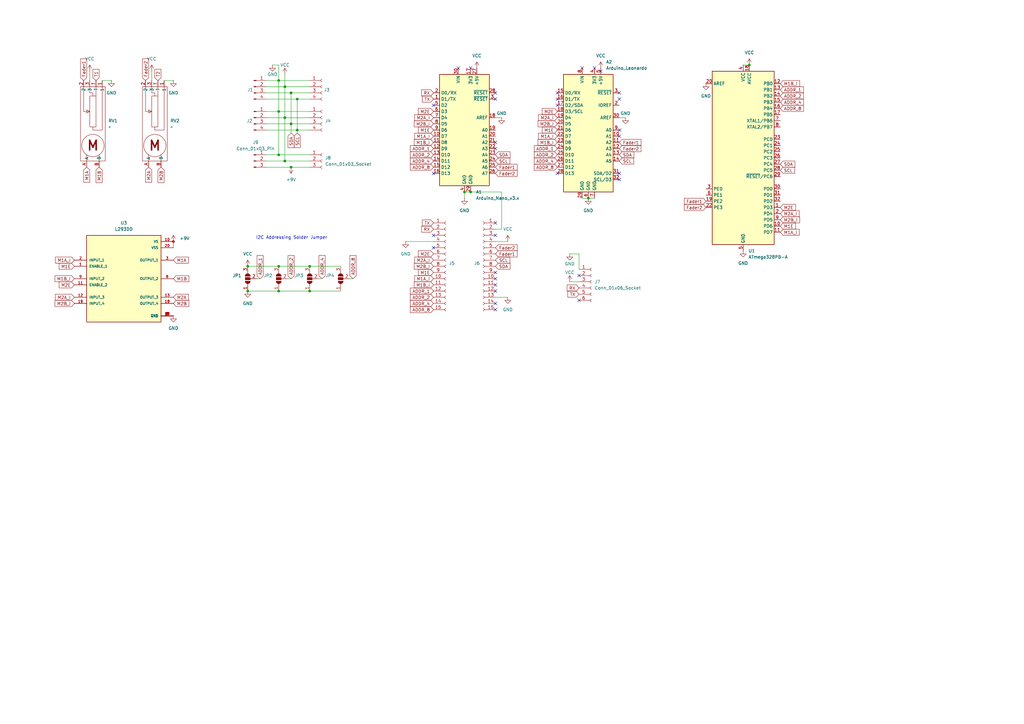
<source format=kicad_sch>
(kicad_sch (version 20250114) (generator "eeschema") (generator_version "9.0")
  (paper "A3")
  (lib_symbols
    (symbol "Connector:Conn_01x03_Pin" (pin_names (offset 1.016) (hide yes))
      (property "Reference" "J" (at 0 5.08 0))
      (property "Value" "Conn_01x03_Pin" (at 0 -5.08 0))
      (symbol "Conn_01x03_Pin_1_1"
        (rectangle (start 0.8636 2.667) (end 0 2.413) (stroke (width 0.1524)) (fill (type outline)))
        (rectangle (start 0.8636 0.127) (end 0 -0.127) (stroke (width 0.1524)) (fill (type outline)))
        (rectangle (start 0.8636 -2.413) (end 0 -2.667) (stroke (width 0.1524)) (fill (type outline)))
        (polyline (pts (xy 1.27 2.54) (xy 0.8636 2.54)) (stroke (width 0.1524)))
        (polyline (pts (xy 1.27 0) (xy 0.8636 0)) (stroke (width 0.1524)))
        (polyline (pts (xy 1.27 -2.54) (xy 0.8636 -2.54)) (stroke (width 0.1524)))
        (pin passive line (at 5.08 2.54 180) (length 3.81) (name "Pin_1") (number "1"))
        (pin passive line (at 5.08 0 180) (length 3.81) (name "Pin_2") (number "2"))
        (pin passive line (at 5.08 -2.54 180) (length 3.81) (name "Pin_3") (number "3"))
      )
    )
    (symbol "Connector:Conn_01x03_Socket" (pin_names (offset 1.016) (hide yes))
      (property "Reference" "J" (at 0 5.08 0))
      (property "Value" "Conn_01x03_Socket" (at 0 -5.08 0))
      (symbol "Conn_01x03_Socket_1_1"
        (polyline (pts (xy -1.27 2.54) (xy -0.508 2.54)) (stroke (width 0.1524)))
        (polyline (pts (xy -1.27 0) (xy -0.508 0)) (stroke (width 0.1524)))
        (polyline (pts (xy -1.27 -2.54) (xy -0.508 -2.54)) (stroke (width 0.1524)))
        (arc (start 0 2.032) (mid -0.5058 2.54) (end 0 3.048) (stroke (width 0.1524)))
        (arc (start 0 -0.508) (mid -0.5058 0) (end 0 0.508) (stroke (width 0.1524)))
        (arc (start 0 -3.048) (mid -0.5058 -2.54) (end 0 -2.032) (stroke (width 0.1524)))
        (pin passive line (at -5.08 2.54 0) (length 3.81) (name "Pin_1") (number "1"))
        (pin passive line (at -5.08 0 0) (length 3.81) (name "Pin_2") (number "2"))
        (pin passive line (at -5.08 -2.54 0) (length 3.81) (name "Pin_3") (number "3"))
      )
    )
    (symbol "Connector:Conn_01x04_Pin" (pin_names (offset 1.016) (hide yes))
      (property "Reference" "J" (at 0 5.08 0))
      (property "Value" "Conn_01x04_Pin" (at 0 -7.62 0))
      (symbol "Conn_01x04_Pin_1_1"
        (rectangle (start 0.8636 2.667) (end 0 2.413) (stroke (width 0.1524)) (fill (type outline)))
        (rectangle (start 0.8636 0.127) (end 0 -0.127) (stroke (width 0.1524)) (fill (type outline)))
        (rectangle (start 0.8636 -2.413) (end 0 -2.667) (stroke (width 0.1524)) (fill (type outline)))
        (rectangle (start 0.8636 -4.953) (end 0 -5.207) (stroke (width 0.1524)) (fill (type outline)))
        (polyline (pts (xy 1.27 2.54) (xy 0.8636 2.54)) (stroke (width 0.1524)))
        (polyline (pts (xy 1.27 0) (xy 0.8636 0)) (stroke (width 0.1524)))
        (polyline (pts (xy 1.27 -2.54) (xy 0.8636 -2.54)) (stroke (width 0.1524)))
        (polyline (pts (xy 1.27 -5.08) (xy 0.8636 -5.08)) (stroke (width 0.1524)))
        (pin passive line (at 5.08 2.54 180) (length 3.81) (name "Pin_1") (number "1"))
        (pin passive line (at 5.08 0 180) (length 3.81) (name "Pin_2") (number "2"))
        (pin passive line (at 5.08 -2.54 180) (length 3.81) (name "Pin_3") (number "3"))
        (pin passive line (at 5.08 -5.08 180) (length 3.81) (name "Pin_4") (number "4"))
      )
    )
    (symbol "Connector:Conn_01x04_Socket" (pin_names (offset 1.016) (hide yes))
      (property "Reference" "J" (at 0 5.08 0))
      (property "Value" "Conn_01x04_Socket" (at 0 -7.62 0))
      (symbol "Conn_01x04_Socket_1_1"
        (polyline (pts (xy -1.27 2.54) (xy -0.508 2.54)) (stroke (width 0.1524)))
        (polyline (pts (xy -1.27 0) (xy -0.508 0)) (stroke (width 0.1524)))
        (polyline (pts (xy -1.27 -2.54) (xy -0.508 -2.54)) (stroke (width 0.1524)))
        (polyline (pts (xy -1.27 -5.08) (xy -0.508 -5.08)) (stroke (width 0.1524)))
        (arc (start 0 2.032) (mid -0.5058 2.54) (end 0 3.048) (stroke (width 0.1524)))
        (arc (start 0 -0.508) (mid -0.5058 0) (end 0 0.508) (stroke (width 0.1524)))
        (arc (start 0 -3.048) (mid -0.5058 -2.54) (end 0 -2.032) (stroke (width 0.1524)))
        (arc (start 0 -5.588) (mid -0.5058 -5.08) (end 0 -4.572) (stroke (width 0.1524)))
        (pin passive line (at -5.08 2.54 0) (length 3.81) (name "Pin_1") (number "1"))
        (pin passive line (at -5.08 0 0) (length 3.81) (name "Pin_2") (number "2"))
        (pin passive line (at -5.08 -2.54 0) (length 3.81) (name "Pin_3") (number "3"))
        (pin passive line (at -5.08 -5.08 0) (length 3.81) (name "Pin_4") (number "4"))
      )
    )
    (symbol "Connector:Conn_01x06_Socket" (pin_names (offset 1.016) (hide yes))
      (property "Reference" "J" (at 0 7.62 0))
      (property "Value" "Conn_01x06_Socket" (at 0 -10.16 0))
      (symbol "Conn_01x06_Socket_1_1"
        (polyline (pts (xy -1.27 5.08) (xy -0.508 5.08)) (stroke (width 0.1524)))
        (polyline (pts (xy -1.27 2.54) (xy -0.508 2.54)) (stroke (width 0.1524)))
        (polyline (pts (xy -1.27 0) (xy -0.508 0)) (stroke (width 0.1524)))
        (polyline (pts (xy -1.27 -2.54) (xy -0.508 -2.54)) (stroke (width 0.1524)))
        (polyline (pts (xy -1.27 -5.08) (xy -0.508 -5.08)) (stroke (width 0.1524)))
        (polyline (pts (xy -1.27 -7.62) (xy -0.508 -7.62)) (stroke (width 0.1524)))
        (arc (start 0 4.572) (mid -0.5058 5.08) (end 0 5.588) (stroke (width 0.1524)))
        (arc (start 0 2.032) (mid -0.5058 2.54) (end 0 3.048) (stroke (width 0.1524)))
        (arc (start 0 -0.508) (mid -0.5058 0) (end 0 0.508) (stroke (width 0.1524)))
        (arc (start 0 -3.048) (mid -0.5058 -2.54) (end 0 -2.032) (stroke (width 0.1524)))
        (arc (start 0 -5.588) (mid -0.5058 -5.08) (end 0 -4.572) (stroke (width 0.1524)))
        (arc (start 0 -8.128) (mid -0.5058 -7.62) (end 0 -7.112) (stroke (width 0.1524)))
        (pin passive line (at -5.08 5.08 0) (length 3.81) (name "Pin_1") (number "1"))
        (pin passive line (at -5.08 2.54 0) (length 3.81) (name "Pin_2") (number "2"))
        (pin passive line (at -5.08 0 0) (length 3.81) (name "Pin_3") (number "3"))
        (pin passive line (at -5.08 -2.54 0) (length 3.81) (name "Pin_4") (number "4"))
        (pin passive line (at -5.08 -5.08 0) (length 3.81) (name "Pin_5") (number "5"))
        (pin passive line (at -5.08 -7.62 0) (length 3.81) (name "Pin_6") (number "6"))
      )
    )
    (symbol "Connector:Conn_01x15_Socket" (pin_names (offset 1.016) (hide yes))
      (property "Reference" "J" (at 0 20.32 0))
      (property "Value" "Conn_01x15_Socket" (at 0 -20.32 0))
      (symbol "Conn_01x15_Socket_1_1"
        (polyline (pts (xy -1.27 17.78) (xy -0.508 17.78)) (stroke (width 0.1524)))
        (polyline (pts (xy -1.27 15.24) (xy -0.508 15.24)) (stroke (width 0.1524)))
        (polyline (pts (xy -1.27 12.7) (xy -0.508 12.7)) (stroke (width 0.1524)))
        (polyline (pts (xy -1.27 10.16) (xy -0.508 10.16)) (stroke (width 0.1524)))
        (polyline (pts (xy -1.27 7.62) (xy -0.508 7.62)) (stroke (width 0.1524)))
        (polyline (pts (xy -1.27 5.08) (xy -0.508 5.08)) (stroke (width 0.1524)))
        (polyline (pts (xy -1.27 2.54) (xy -0.508 2.54)) (stroke (width 0.1524)))
        (polyline (pts (xy -1.27 0) (xy -0.508 0)) (stroke (width 0.1524)))
        (polyline (pts (xy -1.27 -2.54) (xy -0.508 -2.54)) (stroke (width 0.1524)))
        (polyline (pts (xy -1.27 -5.08) (xy -0.508 -5.08)) (stroke (width 0.1524)))
        (polyline (pts (xy -1.27 -7.62) (xy -0.508 -7.62)) (stroke (width 0.1524)))
        (polyline (pts (xy -1.27 -10.16) (xy -0.508 -10.16)) (stroke (width 0.1524)))
        (polyline (pts (xy -1.27 -12.7) (xy -0.508 -12.7)) (stroke (width 0.1524)))
        (polyline (pts (xy -1.27 -15.24) (xy -0.508 -15.24)) (stroke (width 0.1524)))
        (polyline (pts (xy -1.27 -17.78) (xy -0.508 -17.78)) (stroke (width 0.1524)))
        (arc (start 0 17.272) (mid -0.5058 17.78) (end 0 18.288) (stroke (width 0.1524)))
        (arc (start 0 14.732) (mid -0.5058 15.24) (end 0 15.748) (stroke (width 0.1524)))
        (arc (start 0 12.192) (mid -0.5058 12.7) (end 0 13.208) (stroke (width 0.1524)))
        (arc (start 0 9.652) (mid -0.5058 10.16) (end 0 10.668) (stroke (width 0.1524)))
        (arc (start 0 7.112) (mid -0.5058 7.62) (end 0 8.128) (stroke (width 0.1524)))
        (arc (start 0 4.572) (mid -0.5058 5.08) (end 0 5.588) (stroke (width 0.1524)))
        (arc (start 0 2.032) (mid -0.5058 2.54) (end 0 3.048) (stroke (width 0.1524)))
        (arc (start 0 -0.508) (mid -0.5058 0) (end 0 0.508) (stroke (width 0.1524)))
        (arc (start 0 -3.048) (mid -0.5058 -2.54) (end 0 -2.032) (stroke (width 0.1524)))
        (arc (start 0 -5.588) (mid -0.5058 -5.08) (end 0 -4.572) (stroke (width 0.1524)))
        (arc (start 0 -8.128) (mid -0.5058 -7.62) (end 0 -7.112) (stroke (width 0.1524)))
        (arc (start 0 -10.668) (mid -0.5058 -10.16) (end 0 -9.652) (stroke (width 0.1524)))
        (arc (start 0 -13.208) (mid -0.5058 -12.7) (end 0 -12.192) (stroke (width 0.1524)))
        (arc (start 0 -15.748) (mid -0.5058 -15.24) (end 0 -14.732) (stroke (width 0.1524)))
        (arc (start 0 -18.288) (mid -0.5058 -17.78) (end 0 -17.272) (stroke (width 0.1524)))
        (pin passive line (at -5.08 17.78 0) (length 3.81) (name "Pin_1") (number "1"))
        (pin passive line (at -5.08 15.24 0) (length 3.81) (name "Pin_2") (number "2"))
        (pin passive line (at -5.08 12.7 0) (length 3.81) (name "Pin_3") (number "3"))
        (pin passive line (at -5.08 10.16 0) (length 3.81) (name "Pin_4") (number "4"))
        (pin passive line (at -5.08 7.62 0) (length 3.81) (name "Pin_5") (number "5"))
        (pin passive line (at -5.08 5.08 0) (length 3.81) (name "Pin_6") (number "6"))
        (pin passive line (at -5.08 2.54 0) (length 3.81) (name "Pin_7") (number "7"))
        (pin passive line (at -5.08 0 0) (length 3.81) (name "Pin_8") (number "8"))
        (pin passive line (at -5.08 -2.54 0) (length 3.81) (name "Pin_9") (number "9"))
        (pin passive line (at -5.08 -5.08 0) (length 3.81) (name "Pin_10") (number "10"))
        (pin passive line (at -5.08 -7.62 0) (length 3.81) (name "Pin_11") (number "11"))
        (pin passive line (at -5.08 -10.16 0) (length 3.81) (name "Pin_12") (number "12"))
        (pin passive line (at -5.08 -12.7 0) (length 3.81) (name "Pin_13") (number "13"))
        (pin passive line (at -5.08 -15.24 0) (length 3.81) (name "Pin_14") (number "14"))
        (pin passive line (at -5.08 -17.78 0) (length 3.81) (name "Pin_15") (number "15"))
      )
    )
    (symbol "Jumper:SolderJumper_3_Open" (pin_names (offset 0) (hide yes)) (in_bom no)
      (property "Reference" "JP" (at -2.54 -2.54 0))
      (property "Value" "SolderJumper_3_Open" (at 0 2.794 0))
      (symbol "SolderJumper_3_Open_0_1"
        (polyline (pts (xy -2.54 0) (xy -2.032 0)))
        (polyline (pts (xy -1.016 1.016) (xy -1.016 -1.016)))
        (arc (start -1.016 -1.016) (mid -2.0276 0) (end -1.016 1.016))
        (arc (start -1.016 -1.016) (mid -2.0276 0) (end -1.016 1.016) (fill (type outline)))
        (rectangle (start -0.508 1.016) (end 0.508 -1.016) (fill (type outline)))
        (polyline (pts (xy 0 -1.27) (xy 0 -1.016)))
        (arc (start 1.016 1.016) (mid 2.0276 0) (end 1.016 -1.016))
        (arc (start 1.016 1.016) (mid 2.0276 0) (end 1.016 -1.016) (fill (type outline)))
        (polyline (pts (xy 1.016 1.016) (xy 1.016 -1.016)))
        (polyline (pts (xy 2.54 0) (xy 2.032 0)))
      )
      (symbol "SolderJumper_3_Open_1_1"
        (pin passive line (at -5.08 0 0) (length 2.54) (name "A") (number "1"))
        (pin passive line (at 0 -3.81 90) (length 2.54) (name "C") (number "2"))
        (pin passive line (at 5.08 0 180) (length 2.54) (name "B") (number "3"))
      )
    )
    (symbol "L293D:L293DD" (pin_names (offset 1.016))
      (property "Reference" "U" (at -15 18.7 0))
      (property "Value" "L293DD" (at -15 -20 0))
      (symbol "L293DD_0_0"
        (rectangle (start -15.24 -17.78) (end 15.24 17.78) (stroke (width 0.254)) (fill (type background)))
        (pin input line (at -20.32 7.62 0) (length 5.08) (name "INPUT_1") (number "2"))
        (pin input line (at -20.32 5.08 0) (length 5.08) (name "ENABLE_1") (number "1"))
        (pin input line (at -20.32 0 0) (length 5.08) (name "INPUT_2") (number "9"))
        (pin input line (at -20.32 -2.54 0) (length 5.08) (name "ENABLE_2") (number "11"))
        (pin input line (at -20.32 -7.62 0) (length 5.08) (name "INPUT_3") (number "12"))
        (pin input line (at -20.32 -10.16 0) (length 5.08) (name "INPUT_4") (number "19"))
        (pin power_in line (at 20.32 15.24 180) (length 5.08) (name "VS") (number "10"))
        (pin power_in line (at 20.32 12.7 180) (length 5.08) (name "VSS") (number "20"))
        (pin output line (at 20.32 7.62 180) (length 5.08) (name "OUTPUT_1") (number "3"))
        (pin output line (at 20.32 0 180) (length 5.08) (name "OUTPUT_2") (number "8"))
        (pin output line (at 20.32 -7.62 180) (length 5.08) (name "OUTPUT_3") (number "13"))
        (pin output line (at 20.32 -10.16 180) (length 5.08) (name "OUTPUT_4") (number "18"))
        (pin power_in line (at 20.32 -15.24 180) (length 5.08) (name "GND") (number "14"))
        (pin power_in line (at 20.32 -15.24 180) (length 5.08) (name "GND") (number "15"))
        (pin power_in line (at 20.32 -15.24 180) (length 5.08) (name "GND") (number "16"))
        (pin power_in line (at 20.32 -15.24 180) (length 5.08) (name "GND") (number "17"))
        (pin power_in line (at 20.32 -15.24 180) (length 5.08) (name "GND") (number "4"))
        (pin power_in line (at 20.32 -15.24 180) (length 5.08) (name "GND") (number "5"))
        (pin power_in line (at 20.32 -15.24 180) (length 5.08) (name "GND") (number "6"))
        (pin power_in line (at 20.32 -15.24 180) (length 5.08) (name "GND") (number "7"))
      )
    )
    (symbol "MCU_Microchip_ATmega:ATmega328PB-A"
      (property "Reference" "U" (at -12.7 36.83 0))
      (property "Value" "ATmega328PB-A" (at 2.54 -36.83 0))
      (symbol "ATmega328PB-A_0_1"
        (rectangle (start -12.7 -35.56) (end 12.7 35.56) (stroke (width 0.254)) (fill (type background)))
      )
      (symbol "ATmega328PB-A_1_1"
        (pin passive line (at -15.24 30.48 0) (length 2.54) (name "AREF") (number "20"))
        (pin bidirectional line (at -15.24 -12.7 0) (length 2.54) (name "PE0") (number "3"))
        (pin bidirectional line (at -15.24 -15.24 0) (length 2.54) (name "PE1") (number "6"))
        (pin bidirectional line (at -15.24 -17.78 0) (length 2.54) (name "PE2") (number "19"))
        (pin bidirectional line (at -15.24 -20.32 0) (length 2.54) (name "PE3") (number "22"))
        (pin power_in line (at 0 38.1 270) (length 2.54) (name "VCC") (number "4"))
        (pin passive line (at 0 -38.1 90) (length 2.54) (hide yes) (name "GND") (number "21"))
        (pin power_in line (at 0 -38.1 90) (length 2.54) (name "GND") (number "5"))
        (pin power_in line (at 2.54 38.1 270) (length 2.54) (name "AVCC") (number "18"))
        (pin bidirectional line (at 15.24 30.48 180) (length 2.54) (name "PB0") (number "12"))
        (pin bidirectional line (at 15.24 27.94 180) (length 2.54) (name "PB1") (number "13"))
        (pin bidirectional line (at 15.24 25.4 180) (length 2.54) (name "PB2") (number "14"))
        (pin bidirectional line (at 15.24 22.86 180) (length 2.54) (name "PB3") (number "15"))
        (pin bidirectional line (at 15.24 20.32 180) (length 2.54) (name "PB4") (number "16"))
        (pin bidirectional line (at 15.24 17.78 180) (length 2.54) (name "PB5") (number "17"))
        (pin bidirectional line (at 15.24 15.24 180) (length 2.54) (name "XTAL1/PB6") (number "7"))
        (pin bidirectional line (at 15.24 12.7 180) (length 2.54) (name "XTAL2/PB7") (number "8"))
        (pin bidirectional line (at 15.24 7.62 180) (length 2.54) (name "PC0") (number "23"))
        (pin bidirectional line (at 15.24 5.08 180) (length 2.54) (name "PC1") (number "24"))
        (pin bidirectional line (at 15.24 2.54 180) (length 2.54) (name "PC2") (number "25"))
        (pin bidirectional line (at 15.24 0 180) (length 2.54) (name "PC3") (number "26"))
        (pin bidirectional line (at 15.24 -2.54 180) (length 2.54) (name "PC4") (number "27"))
        (pin bidirectional line (at 15.24 -5.08 180) (length 2.54) (name "PC5") (number "28"))
        (pin bidirectional line (at 15.24 -7.62 180) (length 2.54) (name "~{RESET}/PC6") (number "29"))
        (pin bidirectional line (at 15.24 -12.7 180) (length 2.54) (name "PD0") (number "30"))
        (pin bidirectional line (at 15.24 -15.24 180) (length 2.54) (name "PD1") (number "31"))
        (pin bidirectional line (at 15.24 -17.78 180) (length 2.54) (name "PD2") (number "32"))
        (pin bidirectional line (at 15.24 -20.32 180) (length 2.54) (name "PD3") (number "1"))
        (pin bidirectional line (at 15.24 -22.86 180) (length 2.54) (name "PD4") (number "2"))
        (pin bidirectional line (at 15.24 -25.4 180) (length 2.54) (name "PD5") (number "9"))
        (pin bidirectional line (at 15.24 -27.94 180) (length 2.54) (name "PD6") (number "10"))
        (pin bidirectional line (at 15.24 -30.48 180) (length 2.54) (name "PD7") (number "11"))
      )
    )
    (symbol "MCU_Module:Arduino_Leonardo"
      (property "Reference" "A" (at -10.16 23.495 0))
      (property "Value" "Arduino_Leonardo" (at 5.08 -26.67 0))
      (symbol "Arduino_Leonardo_0_1"
        (rectangle (start -10.16 22.86) (end 10.16 -25.4) (stroke (width 0.254)) (fill (type background)))
      )
      (symbol "Arduino_Leonardo_1_1"
        (pin bidirectional line (at -12.7 15.24 0) (length 2.54) (name "D0/RX") (number "15"))
        (pin bidirectional line (at -12.7 12.7 0) (length 2.54) (name "D1/TX") (number "16"))
        (pin bidirectional line (at -12.7 10.16 0) (length 2.54) (name "D2/SDA") (number "17"))
        (pin bidirectional line (at -12.7 7.62 0) (length 2.54) (name "D3/SCL") (number "18"))
        (pin bidirectional line (at -12.7 5.08 0) (length 2.54) (name "D4") (number "19"))
        (pin bidirectional line (at -12.7 2.54 0) (length 2.54) (name "D5") (number "20"))
        (pin bidirectional line (at -12.7 0 0) (length 2.54) (name "D6") (number "21"))
        (pin bidirectional line (at -12.7 -2.54 0) (length 2.54) (name "D7") (number "22"))
        (pin bidirectional line (at -12.7 -5.08 0) (length 2.54) (name "D8") (number "23"))
        (pin bidirectional line (at -12.7 -7.62 0) (length 2.54) (name "D9") (number "24"))
        (pin bidirectional line (at -12.7 -10.16 0) (length 2.54) (name "D10") (number "25"))
        (pin bidirectional line (at -12.7 -12.7 0) (length 2.54) (name "D11") (number "26"))
        (pin bidirectional line (at -12.7 -15.24 0) (length 2.54) (name "D12") (number "27"))
        (pin bidirectional line (at -12.7 -17.78 0) (length 2.54) (name "D13") (number "28"))
        (pin no_connect line (at -10.16 -20.32 0) (length 2.54) (hide yes) (name "NC") (number "1"))
        (pin power_in line (at -2.54 25.4 270) (length 2.54) (name "VIN") (number "8"))
        (pin power_in line (at -2.54 -27.94 90) (length 2.54) (name "GND") (number "29"))
        (pin power_in line (at 0 -27.94 90) (length 2.54) (name "GND") (number "6"))
        (pin power_out line (at 2.54 25.4 270) (length 2.54) (name "3V3") (number "4"))
        (pin power_in line (at 2.54 -27.94 90) (length 2.54) (name "GND") (number "7"))
        (pin power_out line (at 5.08 25.4 270) (length 2.54) (name "+5V") (number "5"))
        (pin input line (at 12.7 15.24 180) (length 2.54) (name "~{RESET}") (number "3"))
        (pin output line (at 12.7 10.16 180) (length 2.54) (name "IOREF") (number "2"))
        (pin input line (at 12.7 5.08 180) (length 2.54) (name "AREF") (number "30"))
        (pin bidirectional line (at 12.7 0 180) (length 2.54) (name "A0") (number "9"))
        (pin bidirectional line (at 12.7 -2.54 180) (length 2.54) (name "A1") (number "10"))
        (pin bidirectional line (at 12.7 -5.08 180) (length 2.54) (name "A2") (number "11"))
        (pin bidirectional line (at 12.7 -7.62 180) (length 2.54) (name "A3") (number "12"))
        (pin bidirectional line (at 12.7 -10.16 180) (length 2.54) (name "A4") (number "13"))
        (pin bidirectional line (at 12.7 -12.7 180) (length 2.54) (name "A5") (number "14"))
        (pin bidirectional line (at 12.7 -17.78 180) (length 2.54) (name "SDA/D2") (number "31"))
        (pin bidirectional line (at 12.7 -20.32 180) (length 2.54) (name "SCL/D3") (number "32"))
      )
    )
    (symbol "MCU_Module:Arduino_Nano_v3.x"
      (property "Reference" "A" (at -10.16 23.495 0))
      (property "Value" "Arduino_Nano_v3.x" (at 5.08 -24.13 0))
      (symbol "Arduino_Nano_v3.x_0_1"
        (rectangle (start -10.16 22.86) (end 10.16 -22.86) (stroke (width 0.254)) (fill (type background)))
      )
      (symbol "Arduino_Nano_v3.x_1_1"
        (pin bidirectional line (at -12.7 15.24 0) (length 2.54) (name "D0/RX") (number "2"))
        (pin bidirectional line (at -12.7 12.7 0) (length 2.54) (name "D1/TX") (number "1"))
        (pin bidirectional line (at -12.7 10.16 0) (length 2.54) (name "D2") (number "5"))
        (pin bidirectional line (at -12.7 7.62 0) (length 2.54) (name "D3") (number "6"))
        (pin bidirectional line (at -12.7 5.08 0) (length 2.54) (name "D4") (number "7"))
        (pin bidirectional line (at -12.7 2.54 0) (length 2.54) (name "D5") (number "8"))
        (pin bidirectional line (at -12.7 0 0) (length 2.54) (name "D6") (number "9"))
        (pin bidirectional line (at -12.7 -2.54 0) (length 2.54) (name "D7") (number "10"))
        (pin bidirectional line (at -12.7 -5.08 0) (length 2.54) (name "D8") (number "11"))
        (pin bidirectional line (at -12.7 -7.62 0) (length 2.54) (name "D9") (number "12"))
        (pin bidirectional line (at -12.7 -10.16 0) (length 2.54) (name "D10") (number "13"))
        (pin bidirectional line (at -12.7 -12.7 0) (length 2.54) (name "D11") (number "14"))
        (pin bidirectional line (at -12.7 -15.24 0) (length 2.54) (name "D12") (number "15"))
        (pin bidirectional line (at -12.7 -17.78 0) (length 2.54) (name "D13") (number "16"))
        (pin power_in line (at -2.54 25.4 270) (length 2.54) (name "VIN") (number "30"))
        (pin power_in line (at 0 -25.4 90) (length 2.54) (name "GND") (number "4"))
        (pin power_out line (at 2.54 25.4 270) (length 2.54) (name "3V3") (number "17"))
        (pin power_in line (at 2.54 -25.4 90) (length 2.54) (name "GND") (number "29"))
        (pin power_out line (at 5.08 25.4 270) (length 2.54) (name "+5V") (number "27"))
        (pin input line (at 12.7 15.24 180) (length 2.54) (name "~{RESET}") (number "28"))
        (pin input line (at 12.7 12.7 180) (length 2.54) (name "~{RESET}") (number "3"))
        (pin input line (at 12.7 5.08 180) (length 2.54) (name "AREF") (number "18"))
        (pin bidirectional line (at 12.7 0 180) (length 2.54) (name "A0") (number "19"))
        (pin bidirectional line (at 12.7 -2.54 180) (length 2.54) (name "A1") (number "20"))
        (pin bidirectional line (at 12.7 -5.08 180) (length 2.54) (name "A2") (number "21"))
        (pin bidirectional line (at 12.7 -7.62 180) (length 2.54) (name "A3") (number "22"))
        (pin bidirectional line (at 12.7 -10.16 180) (length 2.54) (name "A4") (number "23"))
        (pin bidirectional line (at 12.7 -12.7 180) (length 2.54) (name "A5") (number "24"))
        (pin bidirectional line (at 12.7 -15.24 180) (length 2.54) (name "A6") (number "25"))
        (pin bidirectional line (at 12.7 -17.78 180) (length 2.54) (name "A7") (number "26"))
      )
    )
    (symbol "MySymbols:MotorFader"
      (property "Reference" "RV1" (at 6.35 1.2701 0))
      (property "Value" "~" (at 6.35 -1.2699 0))
      (symbol "MotorFader_0_1"
        (rectangle (start -5.08 15.24) (end 5.08 -15.24))
        (polyline (pts (xy -2.54 -15.24) (xy -2.54 -12.7)))
        (polyline (pts (xy -1.27 15.24) (xy -1.27 12.7) (xy 0 12.7) (xy 0 11.43)))
        (polyline (pts (xy -1.27 5.08) (xy -3.81 5.08) (xy -3.81 15.24)))
        (polyline (pts (xy -1.27 5.08) (xy -2.54 4.445) (xy -2.54 5.715) (xy -1.27 5.08)))
        (polyline (pts (xy 0 -1.27) (xy 0 -2.54) (xy 3.81 -2.54) (xy 3.81 15.24)))
        (circle (center 0 -8.89) (radius 4.5791))
        (polyline (pts (xy 1.27 15.24) (xy 1.27 11.43)))
        (polyline (pts (xy 2.54 -15.24) (xy 2.54 -12.7)))
      )
      (symbol "MotorFader_1_1"
        (rectangle (start -1.27 11.43) (end 1.27 -1.27))
        (text "M" (at 0 -8.89 0) (effects (font (size 4 4) (thickness 0.6) (bold yes))))
        (pin input line (at -3.81 17.78 270) (length 2.54) (name "2") (number "2"))
        (pin input line (at -2.54 -17.78 90) (length 2.54) (name "A") (number "A"))
        (pin input line (at -1.27 17.78 270) (length 2.54) (name "3") (number "3"))
        (pin input line (at 1.27 17.78 270) (length 2.54) (name "T") (number "T"))
        (pin input line (at 2.54 -17.78 90) (length 2.54) (name "B") (number "B"))
        (pin input line (at 3.81 17.78 270) (length 2.54) (name "1") (number "1"))
      )
    )
    (symbol "power:GND" (power) (pin_numbers (hide yes)) (pin_names (offset 0) (hide yes))
      (property "Value" "GND" (at 0 -3.81 0))
      (symbol "GND_0_1"
        (polyline (pts (xy 0 0) (xy 0 -1.27) (xy 1.27 -1.27) (xy 0 -2.54) (xy -1.27 -1.27) (xy 0 -1.27)))
      )
      (symbol "GND_1_1"
        (pin power_in line (at 0 0 270) (length 0) (name "~") (number "1"))
      )
    )
    (symbol "power:VCC" (power) (pin_numbers (hide yes)) (pin_names (offset 0) (hide yes))
      (property "Value" "VCC" (at 0 3.556 0))
      (symbol "VCC_0_1"
        (polyline (pts (xy -0.762 1.27) (xy 0 2.54)))
        (polyline (pts (xy 0 2.54) (xy 0.762 1.27)))
        (polyline (pts (xy 0 0) (xy 0 2.54)))
      )
      (symbol "VCC_1_1"
        (pin power_in line (at 0 0 90) (length 0) (name "~") (number "1"))
      )
    )
  )
  (text "I2C Addressing Solder Jumper" (at 119.634 97.536 0) (effects (font (size 1.27 1.27))))
  (junction (at 116.84 66.04))
  (junction (at 121.92 40.64))
  (junction (at 114.3 119.38))
  (junction (at 121.92 53.34))
  (junction (at 114.3 109.22))
  (junction (at 119.38 68.58))
  (junction (at 114.3 33.02))
  (junction (at 307.34 26.67))
  (junction (at 71.12 99.06) (color 194 0 0 1))
  (junction (at 116.84 35.56))
  (junction (at 101.6 119.38))
  (junction (at 101.6 109.22))
  (junction (at 119.38 38.1))
  (junction (at 190.5 78.74))
  (junction (at 193.04 78.74))
  (junction (at 119.38 50.8))
  (junction (at 114.3 63.5))
  (junction (at 116.84 48.26))
  (junction (at 114.3 45.72))
  (junction (at 127 109.22))
  (junction (at 127 119.38))
  (junction (at 241.3 81.28))
  (no_connect (at 228.6 43.18))
  (no_connect (at 203.2 111.76))
  (no_connect (at 228.6 71.12))
  (no_connect (at 203.2 114.3))
  (no_connect (at 177.8 71.12))
  (no_connect (at 177.8 101.6))
  (no_connect (at 254 71.12))
  (no_connect (at 203.2 96.52))
  (no_connect (at 193.04 27.94))
  (no_connect (at 203.2 124.46))
  (no_connect (at 203.2 40.64))
  (no_connect (at 187.96 27.94))
  (no_connect (at 254 55.88))
  (no_connect (at 238.76 27.94))
  (no_connect (at 254 40.64))
  (no_connect (at 203.2 91.44))
  (no_connect (at 177.8 43.18))
  (no_connect (at 254 38.1))
  (no_connect (at 203.2 38.1))
  (no_connect (at 254 73.66))
  (no_connect (at 203.2 119.38))
  (no_connect (at 228.6 40.64))
  (no_connect (at 237.49 113.03))
  (no_connect (at 243.84 27.94))
  (no_connect (at 203.2 58.42))
  (no_connect (at 228.6 38.1))
  (no_connect (at 237.49 123.19))
  (no_connect (at 246.38 29.21))
  (no_connect (at 203.2 116.84))
  (no_connect (at 203.2 60.96))
  (no_connect (at 203.2 127))
  (no_connect (at 254.1787 53.34))
  (no_connect (at 177.8 96.52))
  (wire (pts (xy 205.74 93.98) (xy 205.74 78.74)))
  (wire (pts (xy 127 119.38) (xy 139.7 119.38)))
  (wire (pts (xy 119.38 50.8) (xy 127 50.8)))
  (wire (pts (xy 114.3 26.67) (xy 114.3 33.02)))
  (wire (pts (xy 109.22 48.26) (xy 116.84 48.26)))
  (wire (pts (xy 101.6 119.38) (xy 114.3 119.38)))
  (wire (pts (xy 121.92 40.64) (xy 121.92 53.34)))
  (wire (pts (xy 304.8 26.67) (xy 307.34 26.67)))
  (wire (pts (xy 116.84 66.04) (xy 127 66.04)))
  (wire (pts (xy 132.08 114.3) (xy 130.81 114.3)))
  (wire (pts (xy 114.3 119.38) (xy 127 119.38)))
  (wire (pts (xy 238.76 81.28) (xy 241.3 81.28)))
  (wire (pts (xy 254 48.26) (xy 256.54 48.26)))
  (wire (pts (xy 109.22 38.1) (xy 119.38 38.1)))
  (wire (pts (xy 109.22 35.56) (xy 116.84 35.56)))
  (wire (pts (xy 119.38 68.58) (xy 127 68.58)))
  (wire (pts (xy 166.37 99.06) (xy 177.8 99.06)))
  (wire (pts (xy 116.84 35.56) (xy 127 35.56)))
  (wire (pts (xy 208.28 121.92) (xy 203.2 121.92)))
  (wire (pts (xy 116.84 48.26) (xy 127 48.26)))
  (wire (pts (xy 36.83 29.21) (xy 36.83 33.02)))
  (wire (pts (xy 116.84 35.56) (xy 116.84 48.26)))
  (wire (pts (xy 106.68 114.3) (xy 105.41 114.3)))
  (wire (pts (xy 121.92 53.34) (xy 127 53.34)))
  (wire (pts (xy 109.22 40.64) (xy 121.92 40.64)))
  (wire (pts (xy 109.22 33.02) (xy 114.3 33.02)))
  (wire (pts (xy 41.91 33.02) (xy 45.72 33.02)))
  (wire (pts (xy 109.22 45.72) (xy 114.3 45.72)))
  (wire (pts (xy 101.6 109.22) (xy 114.3 109.22)))
  (wire (pts (xy 111.76 26.67) (xy 114.3 26.67)))
  (wire (pts (xy 109.22 50.8) (xy 119.38 50.8)))
  (wire (pts (xy 233.68 115.57) (xy 237.49 115.57)))
  (wire (pts (xy 237.49 104.14) (xy 237.49 110.49)))
  (wire (pts (xy 190.5 81.28) (xy 190.5 78.74)))
  (wire (pts (xy 62.23 29.21) (xy 62.23 33.02)))
  (wire (pts (xy 114.3 45.72) (xy 127 45.72)))
  (wire (pts (xy 119.38 50.8) (xy 119.38 54.61)))
  (wire (pts (xy 114.3 33.02) (xy 127 33.02)))
  (wire (pts (xy 114.3 109.22) (xy 127 109.22)))
  (wire (pts (xy 241.3 81.28) (xy 243.84 81.28)))
  (wire (pts (xy 203.2 48.26) (xy 205.74 48.26)))
  (wire (pts (xy 121.92 40.64) (xy 127 40.64)))
  (wire (pts (xy 190.5 78.74) (xy 193.04 78.74)))
  (wire (pts (xy 127 109.22) (xy 139.7 109.22)))
  (wire (pts (xy 109.22 68.58) (xy 119.38 68.58)))
  (wire (pts (xy 71.12 99.06) (xy 71.12 101.6)) (stroke (width 0) (color 194 0 0 1)))
  (wire (pts (xy 121.92 53.34) (xy 121.92 54.61)))
  (wire (pts (xy 116.84 30.48) (xy 116.84 35.56)))
  (wire (pts (xy 114.3 33.02) (xy 114.3 45.72)))
  (wire (pts (xy 67.31 33.02) (xy 71.12 33.02)))
  (wire (pts (xy 119.38 114.3) (xy 118.11 114.3)))
  (wire (pts (xy 114.3 45.72) (xy 114.3 63.5)))
  (wire (pts (xy 114.3 63.5) (xy 127 63.5)))
  (wire (pts (xy 116.84 66.04) (xy 116.84 48.26)))
  (wire (pts (xy 119.38 38.1) (xy 127 38.1)))
  (wire (pts (xy 119.38 38.1) (xy 119.38 50.8)))
  (wire (pts (xy 109.22 53.34) (xy 121.92 53.34)))
  (wire (pts (xy 233.68 104.14) (xy 237.49 104.14)))
  (wire (pts (xy 193.04 78.74) (xy 205.74 78.74)))
  (wire (pts (xy 203.2 93.98) (xy 205.74 93.98)))
  (wire (pts (xy 208.28 99.06) (xy 203.2 99.06)))
  (wire (pts (xy 114.3 63.5) (xy 109.22 63.5)))
  (wire (pts (xy 109.22 66.04) (xy 116.84 66.04)))
  (wire (pts (xy 144.78 114.3) (xy 143.51 114.3)))
  (global_label "M1B" (shape input) (at 40.64 68.58 270) (property "Intersheetrefs" "${INTERSHEET_REFS}" (effects (hide yes))))
  (global_label "T1" (shape input) (at 39.37 33.02 90) (property "Intersheetrefs" "${INTERSHEET_REFS}" (effects (hide yes))))
  (global_label "ADDR_2" (shape input) (at 177.8 63.5 180) (property "Intersheetrefs" "${INTERSHEET_REFS}" (effects (hide yes))))
  (global_label "ADDR_8" (shape input) (at 228.6 68.58 180) (property "Intersheetrefs" "${INTERSHEET_REFS}" (effects (hide yes))))
  (global_label "M1E" (shape input) (at 320.04 92.71 0) (property "Intersheetrefs" "${INTERSHEET_REFS}" (effects (hide yes))))
  (global_label "RX" (shape input) (at 237.49 118.11 180) (property "Intersheetrefs" "${INTERSHEET_REFS}" (effects (hide yes))))
  (global_label "M2B_I" (shape input) (at 177.8 50.8 180) (property "Intersheetrefs" "${INTERSHEET_REFS}" (effects (hide yes))))
  (global_label "M1E" (shape input) (at 177.8 111.76 180) (property "Intersheetrefs" "${INTERSHEET_REFS}" (effects (hide yes))))
  (global_label "M2A_I" (shape input) (at 177.8 48.26 180) (property "Intersheetrefs" "${INTERSHEET_REFS}" (effects (hide yes))))
  (global_label "M1A_I" (shape input) (at 30.48 106.68 180) (property "Intersheetrefs" "${INTERSHEET_REFS}" (effects (hide yes))))
  (global_label "ADDR_4" (shape input) (at 177.8 66.04 180) (property "Intersheetrefs" "${INTERSHEET_REFS}" (effects (hide yes))))
  (global_label "SDA" (shape input) (at 254 63.5 0) (property "Intersheetrefs" "${INTERSHEET_REFS}" (effects (hide yes))))
  (global_label "SDA" (shape input) (at 119.38 54.61 270) (property "Intersheetrefs" "${INTERSHEET_REFS}" (effects (hide yes))))
  (global_label "ADDR_1" (shape input) (at 177.8 60.96 180) (property "Intersheetrefs" "${INTERSHEET_REFS}" (effects (hide yes))))
  (global_label "M2A_I" (shape input) (at 30.48 121.92 180) (property "Intersheetrefs" "${INTERSHEET_REFS}" (effects (hide yes))))
  (global_label "SDA" (shape input) (at 203.2 109.22 0) (property "Intersheetrefs" "${INTERSHEET_REFS}" (effects (hide yes))))
  (global_label "M1E" (shape input) (at 30.48 109.22 180) (property "Intersheetrefs" "${INTERSHEET_REFS}" (effects (hide yes))))
  (global_label "Fader1" (shape input) (at 34.29 33.02 90) (property "Intersheetrefs" "${INTERSHEET_REFS}" (effects (hide yes))))
  (global_label "ADDR_2" (shape input) (at 119.38 114.3 90) (property "Intersheetrefs" "${INTERSHEET_REFS}" (effects (hide yes))))
  (global_label "SCL" (shape input) (at 254 66.04 0) (property "Intersheetrefs" "${INTERSHEET_REFS}" (effects (hide yes))))
  (global_label "SCL" (shape input) (at 203.2 66.04 0) (property "Intersheetrefs" "${INTERSHEET_REFS}" (effects (hide yes))))
  (global_label "TX" (shape input) (at 177.8 40.64 180) (property "Intersheetrefs" "${INTERSHEET_REFS}" (effects (hide yes))))
  (global_label "M1A_I" (shape input) (at 320.04 95.25 0) (property "Intersheetrefs" "${INTERSHEET_REFS}" (effects (hide yes))))
  (global_label "ADDR_2" (shape input) (at 228.6 63.5 180) (property "Intersheetrefs" "${INTERSHEET_REFS}" (effects (hide yes))))
  (global_label "SCL" (shape input) (at 121.92 54.61 270) (property "Intersheetrefs" "${INTERSHEET_REFS}" (effects (hide yes))))
  (global_label "M1A_I" (shape input) (at 177.8 114.3 180) (property "Intersheetrefs" "${INTERSHEET_REFS}" (effects (hide yes))))
  (global_label "M1B_I" (shape input) (at 228.6 58.42 180) (property "Intersheetrefs" "${INTERSHEET_REFS}" (effects (hide yes))))
  (global_label "RX" (shape input) (at 177.8 38.1 180) (property "Intersheetrefs" "${INTERSHEET_REFS}" (effects (hide yes))))
  (global_label "ADDR_4" (shape input) (at 132.08 114.3 90) (property "Intersheetrefs" "${INTERSHEET_REFS}" (effects (hide yes))))
  (global_label "Fader1" (shape input) (at 203.2 104.14 0) (property "Intersheetrefs" "${INTERSHEET_REFS}" (effects (hide yes))))
  (global_label "M2A_I" (shape input) (at 228.6 48.26 180) (property "Intersheetrefs" "${INTERSHEET_REFS}" (effects (hide yes))))
  (global_label "ADDR_4" (shape input) (at 177.8 124.46 180) (property "Intersheetrefs" "${INTERSHEET_REFS}" (effects (hide yes))))
  (global_label "M1A" (shape input) (at 35.56 68.58 270) (property "Intersheetrefs" "${INTERSHEET_REFS}" (effects (hide yes))))
  (global_label "M1E" (shape input) (at 228.6 53.34 180) (property "Intersheetrefs" "${INTERSHEET_REFS}" (effects (hide yes))))
  (global_label "Fader1" (shape input) (at 254 58.42 0) (property "Intersheetrefs" "${INTERSHEET_REFS}" (effects (hide yes))))
  (global_label "T2" (shape input) (at 64.77 33.02 90) (property "Intersheetrefs" "${INTERSHEET_REFS}" (effects (hide yes))))
  (global_label "ADDR_8" (shape input) (at 177.8 68.58 180) (property "Intersheetrefs" "${INTERSHEET_REFS}" (effects (hide yes))))
  (global_label "M2B" (shape input) (at 71.12 124.46 0) (property "Intersheetrefs" "${INTERSHEET_REFS}" (effects (hide yes))))
  (global_label "M1A" (shape input) (at 71.12 106.68 0) (property "Intersheetrefs" "${INTERSHEET_REFS}" (effects (hide yes))))
  (global_label "M2E" (shape input) (at 228.6 45.72 180) (property "Intersheetrefs" "${INTERSHEET_REFS}" (effects (hide yes))))
  (global_label "ADDR_2" (shape input) (at 177.8 121.92 180) (property "Intersheetrefs" "${INTERSHEET_REFS}" (effects (hide yes))))
  (global_label "ADDR_1" (shape input) (at 177.8 119.38 180) (property "Intersheetrefs" "${INTERSHEET_REFS}" (effects (hide yes))))
  (global_label "Fader2" (shape input) (at 203.2 71.12 0) (property "Intersheetrefs" "${INTERSHEET_REFS}" (effects (hide yes))))
  (global_label "M1B_I" (shape input) (at 30.48 114.3 180) (property "Intersheetrefs" "${INTERSHEET_REFS}" (effects (hide yes))))
  (global_label "ADDR_1" (shape input) (at 228.6 60.96 180) (property "Intersheetrefs" "${INTERSHEET_REFS}" (effects (hide yes))))
  (global_label "SDA" (shape input) (at 203.2 63.5 0) (property "Intersheetrefs" "${INTERSHEET_REFS}" (effects (hide yes))))
  (global_label "M2B_I" (shape input) (at 228.6 50.8 180) (property "Intersheetrefs" "${INTERSHEET_REFS}" (effects (hide yes))))
  (global_label "M2A" (shape input) (at 60.96 68.58 270) (property "Intersheetrefs" "${INTERSHEET_REFS}" (effects (hide yes))))
  (global_label "M2E" (shape input) (at 320.04 85.09 0) (property "Intersheetrefs" "${INTERSHEET_REFS}" (effects (hide yes))))
  (global_label "ADDR_4" (shape input) (at 228.6 66.04 180) (property "Intersheetrefs" "${INTERSHEET_REFS}" (effects (hide yes))))
  (global_label "ADDR_8" (shape input) (at 177.8 127 180) (property "Intersheetrefs" "${INTERSHEET_REFS}" (effects (hide yes))))
  (global_label "M1B_I" (shape input) (at 177.8 58.42 180) (property "Intersheetrefs" "${INTERSHEET_REFS}" (effects (hide yes))))
  (global_label "M2B_I" (shape input) (at 30.48 124.46 180) (property "Intersheetrefs" "${INTERSHEET_REFS}" (effects (hide yes))))
  (global_label "Fader2" (shape input) (at 59.69 33.02 90) (property "Intersheetrefs" "${INTERSHEET_REFS}" (effects (hide yes))))
  (global_label "M2E" (shape input) (at 177.8 45.72 180) (property "Intersheetrefs" "${INTERSHEET_REFS}" (effects (hide yes))))
  (global_label "TX" (shape input) (at 177.8 91.44 180) (property "Intersheetrefs" "${INTERSHEET_REFS}" (effects (hide yes))))
  (global_label "M2E" (shape input) (at 177.8 104.14 180) (property "Intersheetrefs" "${INTERSHEET_REFS}" (effects (hide yes))))
  (global_label "SDA" (shape input) (at 320.04 67.31 0) (property "Intersheetrefs" "${INTERSHEET_REFS}" (effects (hide yes))))
  (global_label "M1B_I" (shape input) (at 320.04 34.29 0) (property "Intersheetrefs" "${INTERSHEET_REFS}" (effects (hide yes))))
  (global_label "ADDR_8" (shape input) (at 144.78 114.3 90) (property "Intersheetrefs" "${INTERSHEET_REFS}" (effects (hide yes))))
  (global_label "TX" (shape input) (at 237.49 120.65 180) (property "Intersheetrefs" "${INTERSHEET_REFS}" (effects (hide yes))))
  (global_label "Fader2" (shape input) (at 254 60.96 0) (property "Intersheetrefs" "${INTERSHEET_REFS}" (effects (hide yes))))
  (global_label "ADDR_4" (shape input) (at 320.04 41.91 0) (property "Intersheetrefs" "${INTERSHEET_REFS}" (effects (hide yes))))
  (global_label "ADDR_1" (shape input) (at 320.04 36.83 0) (property "Intersheetrefs" "${INTERSHEET_REFS}" (effects (hide yes))))
  (global_label "Fader1" (shape input) (at 289.56 82.55 180) (property "Intersheetrefs" "${INTERSHEET_REFS}" (effects (hide yes))))
  (global_label "M2E" (shape input) (at 30.48 116.84 180) (property "Intersheetrefs" "${INTERSHEET_REFS}" (effects (hide yes))))
  (global_label "SCL" (shape input) (at 203.2 106.68 0) (property "Intersheetrefs" "${INTERSHEET_REFS}" (effects (hide yes))))
  (global_label "M2B" (shape input) (at 66.04 68.58 270) (property "Intersheetrefs" "${INTERSHEET_REFS}" (effects (hide yes))))
  (global_label "M1A_I" (shape input) (at 177.8 55.88 180) (property "Intersheetrefs" "${INTERSHEET_REFS}" (effects (hide yes))))
  (global_label "Fader1" (shape input) (at 203.2 68.58 0) (property "Intersheetrefs" "${INTERSHEET_REFS}" (effects (hide yes))))
  (global_label "M1E" (shape input) (at 177.8 53.34 180) (property "Intersheetrefs" "${INTERSHEET_REFS}" (effects (hide yes))))
  (global_label "RX" (shape input) (at 177.8 93.98 180) (property "Intersheetrefs" "${INTERSHEET_REFS}" (effects (hide yes))))
  (global_label "M1B" (shape input) (at 71.12 114.3 0) (property "Intersheetrefs" "${INTERSHEET_REFS}" (effects (hide yes))))
  (global_label "M1B_I" (shape input) (at 177.8 116.84 180) (property "Intersheetrefs" "${INTERSHEET_REFS}" (effects (hide yes))))
  (global_label "Fader2" (shape input) (at 289.56 85.09 180) (property "Intersheetrefs" "${INTERSHEET_REFS}" (effects (hide yes))))
  (global_label "SCL" (shape input) (at 320.04 69.85 0) (property "Intersheetrefs" "${INTERSHEET_REFS}" (effects (hide yes))))
  (global_label "M2A_I" (shape input) (at 177.8 106.68 180) (property "Intersheetrefs" "${INTERSHEET_REFS}" (effects (hide yes))))
  (global_label "M2A" (shape input) (at 71.12 121.92 0) (property "Intersheetrefs" "${INTERSHEET_REFS}" (effects (hide yes))))
  (global_label "ADDR_2" (shape input) (at 320.04 39.37 0) (property "Intersheetrefs" "${INTERSHEET_REFS}" (effects (hide yes))))
  (global_label "M2B_I" (shape input) (at 177.8 109.22 180) (property "Intersheetrefs" "${INTERSHEET_REFS}" (effects (hide yes))))
  (global_label "ADDR_8" (shape input) (at 320.04 44.45 0) (property "Intersheetrefs" "${INTERSHEET_REFS}" (effects (hide yes))))
  (global_label "M2A_I" (shape input) (at 320.04 87.63 0) (property "Intersheetrefs" "${INTERSHEET_REFS}" (effects (hide yes))))
  (global_label "M1A_I" (shape input) (at 228.6 55.88 180) (property "Intersheetrefs" "${INTERSHEET_REFS}" (effects (hide yes))))
  (global_label "Fader2" (shape input) (at 203.2 101.6 0) (property "Intersheetrefs" "${INTERSHEET_REFS}" (effects (hide yes))))
  (global_label "ADDR_1" (shape input) (at 106.68 114.3 90) (property "Intersheetrefs" "${INTERSHEET_REFS}" (effects (hide yes))))
  (global_label "M2B_I" (shape input) (at 320.04 90.17 0) (property "Intersheetrefs" "${INTERSHEET_REFS}" (effects (hide yes))))
  (symbol (lib_id "power:VCC") (at 208.28 99.06 0) (unit 1)
    (property "Reference" "#VCC08" (effects (hide yes)))
    (property "Value" "VCC" (at 208.28 93.98 0))
    (property "Description" "Power symbol creates a global label with name \"VCC\"" (effects (hide yes)))
  )
  (symbol (lib_id "power:VCC") (at 307.34 26.67 0) (unit 1)
    (property "Reference" "#VCC07" (effects (hide yes)))
    (property "Value" "VCC" (at 307.34 21.59 0))
    (property "Description" "Power symbol creates a global label with name \"VCC\"" (effects (hide yes)))
  )
  (symbol (lib_id "power:GND") (at 233.68 104.14 0) (unit 1)
    (property "Reference" "#PWR014" (effects (hide yes)))
    (property "Value" "GND" (at 233.68 108.204 0))
    (property "Description" "Power symbol creates a global label with name \"GND\" , ground" (effects (hide yes)))
  )
  (symbol (lib_id "MCU_Microchip_ATmega:ATmega328PB-A") (at 304.8 64.77 0) (unit 1)
    (property "Reference" "U1" (at 306.9433 102.87 0) (effects (justify left)))
    (property "Value" "ATmega328PB-A" (at 306.9433 105.41 0) (effects (justify left)))
    (property "Footprint" "Package_QFP:TQFP-32_7x7mm_P0.8mm" (effects (hide yes)))
    (property "Datasheet" "http://ww1.microchip.com/downloads/en/DeviceDoc/40001906C.pdf" (effects (hide yes)))
    (property "Description" "20MHz, 32kB Flash, 2kB SRAM, 1kB EEPROM, TQFP-32" (effects (hide yes)))
  )
  (symbol (lib_id "Connector:Conn_01x15_Socket") (at 198.12 109.22 0) (mirror y) (unit 1)
    (property "Reference" "J6" (at 196.85 107.9499 0) (effects (justify left)))
    (property "Value" "Conn_01x15_Socket" (effects (hide yes)))
    (property "Footprint" "Connector_PinSocket_2.54mm:PinSocket_1x15_P2.54mm_Vertical_SMD_Pin1Right" (effects (hide yes)))
    (property "Description" "Generic connector, single row, 01x15, script generated" (effects (hide yes)))
  )
  (symbol (lib_id "Connector:Conn_01x15_Socket") (at 182.88 109.22 0) (unit 1)
    (property "Reference" "J5" (at 184.15 107.9499 0) (effects (justify left)))
    (property "Value" "Conn_01x15_Socket" (effects (hide yes)))
    (property "Footprint" "Connector_PinSocket_2.54mm:PinSocket_1x15_P2.54mm_Vertical_SMD_Pin1Right" (effects (hide yes)))
    (property "Description" "Generic connector, single row, 01x15, script generated" (effects (hide yes)))
  )
  (symbol (lib_id "MySymbols:MotorFader") (at 38.1 50.8 0) (unit 1)
    (property "Reference" "RV1" (at 44.45 49.5299 0) (effects (justify left)))
    (property "Value" "~" (at 44.45 52.0699 0) (effects (justify left)))
    (property "Footprint" "MotorFader:RES-TH_L146.5-W18.0_RSA0N11M9A07" (effects (hide yes)))
  )
  (symbol (lib_id "Jumper:SolderJumper_3_Open") (at 127 114.3 90) (unit 1) (in_bom no)
    (property "Reference" "JP3" (at 124.46 113.0299 90) (effects (justify left)))
    (property "Value" "SolderJumper_3_Open" (effects (hide yes)))
    (property "Footprint" "Jumper:SolderJumper-3_P2.0mm_Open_TrianglePad1.0x1.5mm" (effects (hide yes)))
    (property "Description" "Solder Jumper, 3-pole, open" (effects (hide yes)))
  )
  (symbol (lib_id "power:GND") (at 166.37 99.06 0) (unit 1)
    (property "Reference" "#PWR012" (effects (hide yes)))
    (property "Value" "GND" (at 166.37 104.14 0))
    (property "Description" "Power symbol creates a global label with name \"GND\" , ground" (effects (hide yes)))
  )
  (symbol (lib_id "power:GND") (at 71.12 33.02 0) (unit 1)
    (property "Reference" "#PWR06" (effects (hide yes)))
    (property "Value" "GND" (at 71.12 38.1 0))
    (property "Description" "Power symbol creates a global label with name \"GND\" , ground" (effects (hide yes)))
  )
  (symbol (lib_id "power:GND") (at 45.72 33.02 0) (unit 1)
    (property "Reference" "#PWR05" (effects (hide yes)))
    (property "Value" "GND" (at 45.72 38.1 0))
    (property "Description" "Power symbol creates a global label with name \"GND\" , ground" (effects (hide yes)))
  )
  (symbol (lib_id "Connector:Conn_01x04_Socket") (at 132.08 35.56 0) (unit 1)
    (property "Reference" "J3" (at 132.842 36.83 0) (effects (justify left)))
    (property "Value" "Conn_01x04_Socket" (effects (hide yes)))
    (property "Footprint" "Connector_PinSocket_2.54mm:PinSocket_1x04_P2.54mm_Vertical" (effects (hide yes)))
    (property "Description" "Generic connector, single row, 01x04, script generated" (effects (hide yes)))
  )
  (symbol (lib_id "power:VCC") (at 195.58 27.94 0) (unit 1)
    (property "Reference" "#VCC09" (effects (hide yes)))
    (property "Value" "VCC" (at 195.58 22.86 0))
    (property "Description" "Power symbol creates a global label with name \"VCC\"" (effects (hide yes)))
  )
  (symbol (lib_id "power:GND") (at 256.54 48.26 0) (unit 1)
    (property "Reference" "#PWR07" (effects (hide yes)))
    (property "Value" "GND" (at 256.54 46.482 0))
    (property "Description" "Power symbol creates a global label with name \"GND\" , ground" (effects (hide yes)))
  )
  (symbol (lib_id "power:GND") (at 101.6 119.38 0) (unit 1)
    (property "Reference" "#PWR03" (effects (hide yes)))
    (property "Value" "GND" (at 101.6 124.46 0))
    (property "Description" "Power symbol creates a global label with name \"GND\" , ground" (effects (hide yes)))
  )
  (symbol (lib_id "power:VCC") (at 119.38 68.58 180) (unit 1)
    (property "Reference" "#VCC011" (effects (hide yes)))
    (property "Value" "+9V" (at 119.38 73.66 0))
    (property "Description" "Power symbol creates a global label with name \"VCC\"" (effects (hide yes)))
  )
  (symbol (lib_id "power:GND") (at 190.5 81.28 0) (unit 1)
    (property "Reference" "#PWR08" (effects (hide yes)))
    (property "Value" "GND" (at 190.5 86.36 0))
    (property "Description" "Power symbol creates a global label with name \"GND\" , ground" (effects (hide yes)))
  )
  (symbol (lib_id "Connector:Conn_01x04_Socket") (at 132.08 48.26 0) (unit 1)
    (property "Reference" "J4" (at 133.35 49.53 0) (effects (justify left)))
    (property "Value" "Conn_01x04_Socket" (effects (hide yes)))
    (property "Footprint" "Connector_PinSocket_2.54mm:PinSocket_1x04_P2.54mm_Vertical" (effects (hide yes)))
    (property "Description" "Generic connector, single row, 01x04, script generated" (effects (hide yes)))
  )
  (symbol (lib_id "Jumper:SolderJumper_3_Open") (at 139.7 114.3 90) (unit 1) (in_bom no)
    (property "Reference" "JP4" (at 137.16 113.0299 90) (effects (justify left)))
    (property "Value" "SolderJumper_3_Open" (effects (hide yes)))
    (property "Footprint" "Jumper:SolderJumper-3_P2.0mm_Open_TrianglePad1.0x1.5mm" (effects (hide yes)))
    (property "Description" "Solder Jumper, 3-pole, open" (effects (hide yes)))
  )
  (symbol (lib_id "power:GND") (at 304.8 102.87 0) (unit 1)
    (property "Reference" "#PWR010" (effects (hide yes)))
    (property "Value" "GND" (at 304.8 107.95 0))
    (property "Description" "Power symbol creates a global label with name \"GND\" , ground" (effects (hide yes)))
  )
  (symbol (lib_id "Connector:Conn_01x04_Pin") (at 104.14 48.26 0) (unit 1)
    (property "Reference" "J2" (at 102.362 49.53 0))
    (property "Value" "Conn_01x04_Pin" (effects (hide yes)))
    (property "Footprint" "Connector_PinHeader_2.54mm:PinHeader_1x04_P2.54mm_Vertical" (effects (hide yes)))
    (property "Description" "Generic connector, single row, 01x04, script generated" (effects (hide yes)))
  )
  (symbol (lib_id "power:VCC") (at 101.6 109.22 0) (unit 1)
    (property "Reference" "#VCC02" (effects (hide yes)))
    (property "Value" "VCC" (at 101.6 104.14 0))
    (property "Description" "Power symbol creates a global label with name \"VCC\"" (effects (hide yes)))
  )
  (symbol (lib_id "power:VCC") (at 246.38 27.94 0) (unit 1)
    (property "Reference" "#VCC03" (effects (hide yes)))
    (property "Value" "VCC" (at 246.38 22.86 0))
    (property "Description" "Power symbol creates a global label with name \"VCC\"" (effects (hide yes)))
  )
  (symbol (lib_id "Jumper:SolderJumper_3_Open") (at 101.6 114.3 90) (unit 1) (in_bom no)
    (property "Reference" "JP1" (at 99.06 113.0299 90) (effects (justify left)))
    (property "Value" "SolderJumper_3_Open" (effects (hide yes)))
    (property "Footprint" "Jumper:SolderJumper-3_P2.0mm_Open_TrianglePad1.0x1.5mm" (effects (hide yes)))
    (property "Description" "Solder Jumper, 3-pole, open" (effects (hide yes)))
  )
  (symbol (lib_id "power:GND") (at 205.74 48.26 0) (unit 1)
    (property "Reference" "#PWR09" (effects (hide yes)))
    (property "Value" "GND" (at 205.74 46.482 0))
    (property "Description" "Power symbol creates a global label with name \"GND\" , ground" (effects (hide yes)))
  )
  (symbol (lib_id "power:GND") (at 241.3 81.28 0) (unit 1)
    (property "Reference" "#PWR04" (effects (hide yes)))
    (property "Value" "GND" (at 241.3 86.36 0))
    (property "Description" "Power symbol creates a global label with name \"GND\" , ground" (effects (hide yes)))
  )
  (symbol (lib_id "power:GND") (at 289.56 34.29 0) (unit 1)
    (property "Reference" "#PWR011" (effects (hide yes)))
    (property "Value" "GND" (at 289.56 39.37 0))
    (property "Description" "Power symbol creates a global label with name \"GND\" , ground" (effects (hide yes)))
  )
  (symbol (lib_id "Connector:Conn_01x03_Socket") (at 132.08 66.04 0) (unit 1)
    (property "Reference" "J8" (at 133.35 64.7699 0) (effects (justify left)))
    (property "Value" "Conn_01x03_Socket" (at 133.35 67.3099 0) (effects (justify left)))
    (property "Footprint" "Connector_PinSocket_2.54mm:PinSocket_1x03_P2.54mm_Vertical" (effects (hide yes)))
    (property "Description" "Generic connector, single row, 01x03, script generated" (effects (hide yes)))
  )
  (symbol (lib_id "Connector:Conn_01x03_Pin") (at 104.14 66.04 0) (unit 1)
    (property "Reference" "J9" (at 104.775 58.42 0))
    (property "Value" "Conn_01x03_Pin" (at 104.775 60.96 0))
    (property "Footprint" "Connector_PinHeader_2.54mm:PinHeader_1x03_P2.54mm_Vertical" (effects (hide yes)))
    (property "Description" "Generic connector, single row, 01x03, script generated" (effects (hide yes)))
  )
  (symbol (lib_id "power:VCC") (at 71.12 99.06 0) (unit 1)
    (property "Reference" "#VCC04" (effects (hide yes)))
    (property "Value" "+9V" (at 73.66 97.7899 0) (effects (justify left)))
    (property "Description" "Power symbol creates a global label with name \"VCC\"" (effects (hide yes)))
  )
  (symbol (lib_id "MySymbols:MotorFader") (at 63.5 50.8 0) (unit 1)
    (property "Reference" "RV2" (at 69.85 49.5299 0) (effects (justify left)))
    (property "Value" "~" (at 69.85 52.0699 0) (effects (justify left)))
    (property "Footprint" "MotorFader:RES-TH_L146.5-W18.0_RSA0N11M9A07" (effects (hide yes)))
  )
  (symbol (lib_id "power:GND") (at 111.76 26.67 0) (unit 1)
    (property "Reference" "#PWR02" (effects (hide yes)))
    (property "Value" "GND" (at 111.76 30.48 0))
    (property "Description" "Power symbol creates a global label with name \"GND\" , ground" (effects (hide yes)))
  )
  (symbol (lib_id "L293D:L293DD") (at 50.8 114.3 0) (unit 1)
    (property "Reference" "U3" (at 50.8 91.44 0))
    (property "Value" "L293DD" (at 50.8 93.98 0))
    (property "Footprint" "Package_SO:Infineon_SOIC-20W_7.6x12.8mm_P1.27mm" (effects (hide yes)))
    (property "MF" "STMicroelectronics" (effects (hide yes)))
    (property "Description_1" "Bipolar Motor Driver  Parallel 20-SOIC" (effects (hide yes)))
    (property "Package" "SOIC-20 STMicroelectronics" (effects (hide yes)))
    (property "Price" "None" (effects (hide yes)))
    (property "Check_prices" "https://www.snapeda.com/parts/L293DD/STMicroelectronics/view-part/?ref=eda" (effects (hide yes)))
    (property "STANDARD" "IPC-7351B" (effects (hide yes)))
    (property "PARTREV" "N/A" (effects (hide yes)))
    (property "SnapEDA_Link" "https://www.snapeda.com/parts/L293DD/STMicroelectronics/view-part/?ref=snap" (effects (hide yes)))
    (property "MP" "L293DD" (effects (hide yes)))
    (property "Availability" "In Stock" (effects (hide yes)))
    (property "MANUFACTURER" "STMicroelectronics" (effects (hide yes)))
  )
  (symbol (lib_id "Connector:Conn_01x06_Socket") (at 242.57 115.57 0) (unit 1)
    (property "Reference" "J7" (at 243.84 115.5699 0) (effects (justify left)))
    (property "Value" "Conn_01x06_Socket" (at 243.84 118.1099 0) (effects (justify left)))
    (property "Footprint" "Connector_PinSocket_2.54mm:PinSocket_1x05_P2.54mm_Vertical" (effects (hide yes)))
    (property "Description" "Generic connector, single row, 01x06, script generated" (effects (hide yes)))
  )
  (symbol (lib_id "power:VCC") (at 116.84 30.48 0) (unit 1)
    (property "Reference" "#VCC01" (effects (hide yes)))
    (property "Value" "VCC" (at 116.84 26.67 0))
    (property "Description" "Power symbol creates a global label with name \"VCC\"" (effects (hide yes)))
  )
  (symbol (lib_id "power:GND") (at 71.12 129.54 0) (unit 1)
    (property "Reference" "#PWR01" (effects (hide yes)))
    (property "Value" "GND" (at 71.12 134.62 0))
    (property "Description" "Power symbol creates a global label with name \"GND\" , ground" (effects (hide yes)))
  )
  (symbol (lib_id "power:VCC") (at 36.83 29.21 0) (unit 1)
    (property "Reference" "#VCC06" (effects (hide yes)))
    (property "Value" "VCC" (at 36.83 24.13 0))
    (property "Description" "Power symbol creates a global label with name \"VCC\"" (effects (hide yes)))
  )
  (symbol (lib_id "MCU_Module:Arduino_Leonardo") (at 241.3 53.34 0) (unit 1) (on_board no)
    (property "Reference" "A2" (at 248.5233 25.4 0) (effects (justify left)))
    (property "Value" "Arduino_Leonardo" (at 248.5233 27.94 0) (effects (justify left)))
    (property "Footprint" "Module:Arduino_UNO_R3" (effects (hide yes)))
    (property "Datasheet" "https://www.arduino.cc/en/Main/ArduinoBoardLeonardo" (effects (hide yes)))
    (property "Description" "Arduino LEONARDO Microcontroller Module" (effects (hide yes)))
  )
  (symbol (lib_id "power:VCC") (at 233.68 115.57 0) (unit 1)
    (property "Reference" "#VCC010" (effects (hide yes)))
    (property "Value" "VCC" (at 233.68 111.76 0))
    (property "Description" "Power symbol creates a global label with name \"VCC\"" (effects (hide yes)))
  )
  (symbol (lib_id "power:GND") (at 208.28 121.92 0) (unit 1)
    (property "Reference" "#PWR013" (effects (hide yes)))
    (property "Value" "GND" (at 208.28 127 0))
    (property "Description" "Power symbol creates a global label with name \"GND\" , ground" (effects (hide yes)))
  )
  (symbol (lib_id "MCU_Module:Arduino_Nano_v3.x") (at 190.5 53.34 0) (unit 1)
    (property "Reference" "A1" (at 195.1833 78.74 0) (effects (justify left)))
    (property "Value" "Arduino_Nano_v3.x" (at 195.1833 81.28 0) (effects (justify left)))
    (property "Footprint" "Module:Arduino_Nano" (effects (hide yes)))
    (property "Datasheet" "http://www.mouser.com/pdfdocs/Gravitech_Arduino_Nano3_0.pdf" (effects (hide yes)))
    (property "Description" "Arduino Nano v3.x" (effects (hide yes)))
  )
  (symbol (lib_id "power:VCC") (at 62.23 29.21 0) (unit 1)
    (property "Reference" "#VCC05" (effects (hide yes)))
    (property "Value" "VCC" (at 62.23 24.13 0))
    (property "Description" "Power symbol creates a global label with name \"VCC\"" (effects (hide yes)))
  )
  (symbol (lib_id "Jumper:SolderJumper_3_Open") (at 114.3 114.3 90) (unit 1) (in_bom no)
    (property "Reference" "JP2" (at 111.76 113.0299 90) (effects (justify left)))
    (property "Value" "SolderJumper_3_Open" (effects (hide yes)))
    (property "Footprint" "Jumper:SolderJumper-3_P2.0mm_Open_TrianglePad1.0x1.5mm" (effects (hide yes)))
    (property "Description" "Solder Jumper, 3-pole, open" (effects (hide yes)))
  )
  (symbol (lib_id "Connector:Conn_01x04_Pin") (at 104.14 35.56 0) (unit 1)
    (property "Reference" "J1" (at 102.616 36.83 0))
    (property "Value" "Conn_01x04_Pin" (effects (hide yes)))
    (property "Footprint" "Connector_PinHeader_2.54mm:PinHeader_1x04_P2.54mm_Vertical" (effects (hide yes)))
    (property "Description" "Generic connector, single row, 01x04, script generated" (effects (hide yes)))
  )
)
</source>
